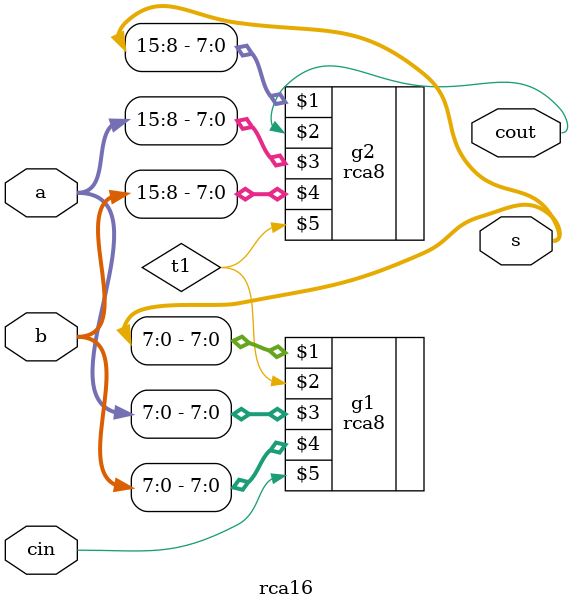
<source format=v>
`timescale 1ns / 1ps
module rca16(output [15:0] s, output cout, input [15:0] a, input [15:0] b, input cin);

	wire t1;

	rca8 g1(s[7:0], t1, a[7:0], b[7:0], cin);
	rca8 g2(s[15:8], cout, a[15:8], b[15:8], t1);

endmodule

</source>
